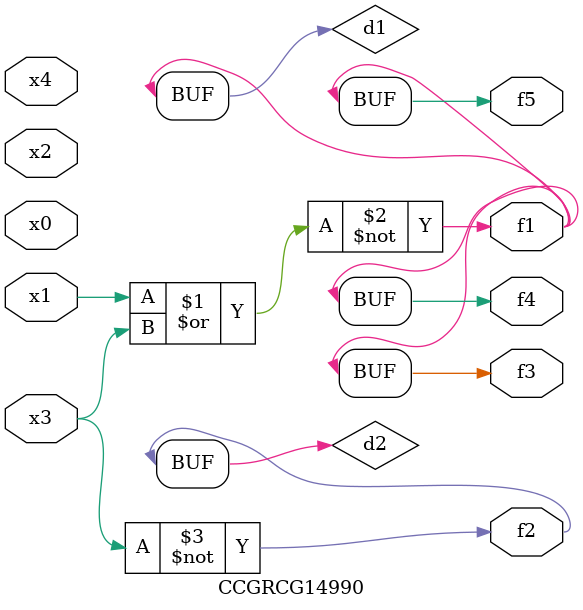
<source format=v>
module CCGRCG14990(
	input x0, x1, x2, x3, x4,
	output f1, f2, f3, f4, f5
);

	wire d1, d2;

	nor (d1, x1, x3);
	not (d2, x3);
	assign f1 = d1;
	assign f2 = d2;
	assign f3 = d1;
	assign f4 = d1;
	assign f5 = d1;
endmodule

</source>
